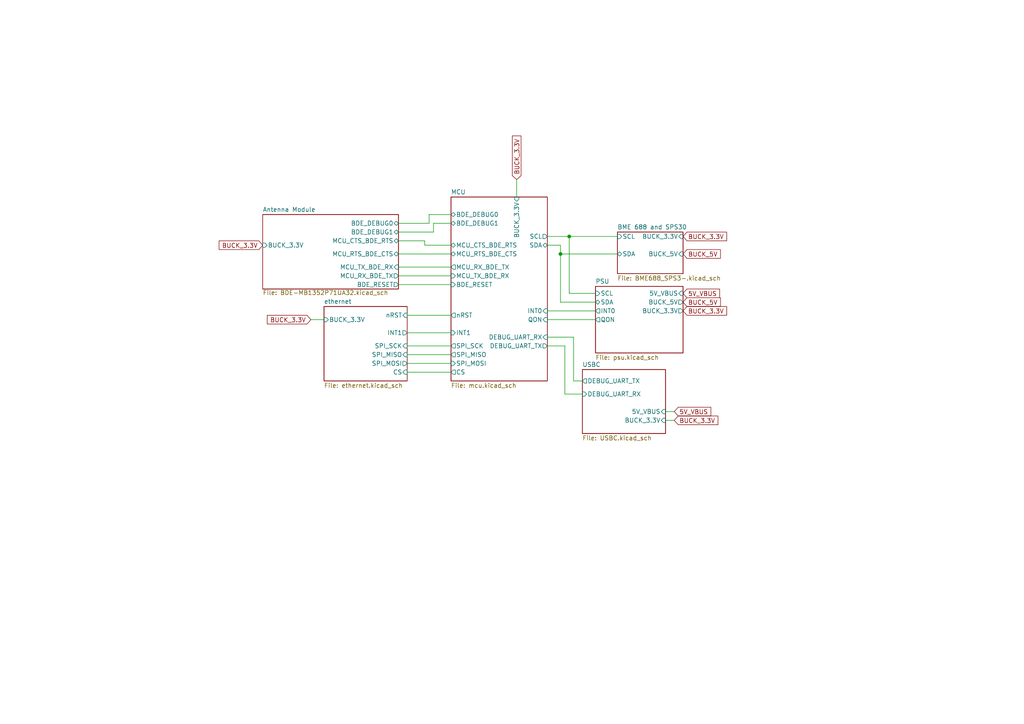
<source format=kicad_sch>
(kicad_sch
	(version 20250114)
	(generator "eeschema")
	(generator_version "9.0")
	(uuid "8f5928e8-0fc1-4443-a20f-3bfeb956761e")
	(paper "A4")
	(lib_symbols)
	(junction
		(at 165.1 68.58)
		(diameter 0)
		(color 0 0 0 0)
		(uuid "3e15d3b4-6df7-408d-b3fb-b8e7300c18ad")
	)
	(junction
		(at 162.56 73.66)
		(diameter 0)
		(color 0 0 0 0)
		(uuid "f4fbd295-3a4f-4d03-9196-6a2acb79f1c9")
	)
	(wire
		(pts
			(xy 115.57 77.47) (xy 130.81 77.47)
		)
		(stroke
			(width 0)
			(type default)
		)
		(uuid "0953b43c-1f73-41d8-aa72-b8d8bcb27402")
	)
	(wire
		(pts
			(xy 165.1 68.58) (xy 165.1 85.09)
		)
		(stroke
			(width 0)
			(type default)
		)
		(uuid "1c7789b7-1e36-46c9-b09e-4275e59cb9c5")
	)
	(wire
		(pts
			(xy 166.37 110.49) (xy 168.91 110.49)
		)
		(stroke
			(width 0)
			(type default)
		)
		(uuid "26e358b7-f351-4fc7-bc30-a59b45371c87")
	)
	(wire
		(pts
			(xy 158.75 90.17) (xy 172.72 90.17)
		)
		(stroke
			(width 0)
			(type default)
		)
		(uuid "28467570-ed14-4381-85ba-4adc555942cb")
	)
	(wire
		(pts
			(xy 158.75 97.79) (xy 166.37 97.79)
		)
		(stroke
			(width 0)
			(type default)
		)
		(uuid "31ab8cde-aaef-4dba-99b2-c0b59fbd2a0e")
	)
	(wire
		(pts
			(xy 158.75 92.71) (xy 172.72 92.71)
		)
		(stroke
			(width 0)
			(type default)
		)
		(uuid "34e1d59b-7c5f-45e5-8013-a45f5fd06471")
	)
	(wire
		(pts
			(xy 162.56 73.66) (xy 179.07 73.66)
		)
		(stroke
			(width 0)
			(type default)
		)
		(uuid "3e8d674e-e834-4357-9128-434f364e3dab")
	)
	(wire
		(pts
			(xy 118.11 91.44) (xy 130.81 91.44)
		)
		(stroke
			(width 0)
			(type default)
		)
		(uuid "4cb1c963-0280-42fa-8c7c-d36659fd729a")
	)
	(wire
		(pts
			(xy 163.83 100.33) (xy 163.83 114.3)
		)
		(stroke
			(width 0)
			(type default)
		)
		(uuid "4da3a644-3f65-400b-bcf6-9f1b824b1da3")
	)
	(wire
		(pts
			(xy 115.57 67.31) (xy 125.73 67.31)
		)
		(stroke
			(width 0)
			(type default)
		)
		(uuid "52fc7291-df80-4bcf-bab7-f336236592ae")
	)
	(wire
		(pts
			(xy 165.1 68.58) (xy 179.07 68.58)
		)
		(stroke
			(width 0)
			(type default)
		)
		(uuid "57aab217-5d92-4fe9-9cd8-d5bfe34f102d")
	)
	(wire
		(pts
			(xy 195.58 121.92) (xy 193.04 121.92)
		)
		(stroke
			(width 0)
			(type default)
		)
		(uuid "5bcf888c-a2ff-48cb-b57a-e90fb37fa36b")
	)
	(wire
		(pts
			(xy 115.57 73.66) (xy 130.81 73.66)
		)
		(stroke
			(width 0)
			(type default)
		)
		(uuid "63b2d3ce-91cd-42a7-9652-a2e40601da19")
	)
	(wire
		(pts
			(xy 118.11 102.87) (xy 130.81 102.87)
		)
		(stroke
			(width 0)
			(type default)
		)
		(uuid "64707c55-055a-4d16-baf9-db96aea5f479")
	)
	(wire
		(pts
			(xy 162.56 73.66) (xy 162.56 87.63)
		)
		(stroke
			(width 0)
			(type default)
		)
		(uuid "6f211469-8a1a-4b6f-b7b6-12cdddc6f456")
	)
	(wire
		(pts
			(xy 166.37 97.79) (xy 166.37 110.49)
		)
		(stroke
			(width 0)
			(type default)
		)
		(uuid "70cca5cc-0438-4eba-b429-01953f11e1de")
	)
	(wire
		(pts
			(xy 123.19 71.12) (xy 130.81 71.12)
		)
		(stroke
			(width 0)
			(type default)
		)
		(uuid "774a4d18-f745-4f41-b45c-c80d85844596")
	)
	(wire
		(pts
			(xy 168.91 114.3) (xy 163.83 114.3)
		)
		(stroke
			(width 0)
			(type default)
		)
		(uuid "7fe1cd34-d51f-4c09-8abb-ac72014aae0e")
	)
	(wire
		(pts
			(xy 118.11 96.52) (xy 130.81 96.52)
		)
		(stroke
			(width 0)
			(type default)
		)
		(uuid "8ce259c5-41d8-4ffc-80f9-25f6c997af64")
	)
	(wire
		(pts
			(xy 90.17 92.71) (xy 93.98 92.71)
		)
		(stroke
			(width 0)
			(type default)
		)
		(uuid "8d84c98a-a99c-44b5-9430-196eff9b8b3a")
	)
	(wire
		(pts
			(xy 115.57 69.85) (xy 123.19 69.85)
		)
		(stroke
			(width 0)
			(type default)
		)
		(uuid "9a2ad260-53ea-4e44-9795-f66533d7d809")
	)
	(wire
		(pts
			(xy 195.58 119.38) (xy 193.04 119.38)
		)
		(stroke
			(width 0)
			(type default)
		)
		(uuid "9deca468-cb3b-4805-94af-e68f199d776f")
	)
	(wire
		(pts
			(xy 158.75 100.33) (xy 163.83 100.33)
		)
		(stroke
			(width 0)
			(type default)
		)
		(uuid "9ee04ed6-2a2f-4a9a-ace1-00164c53146b")
	)
	(wire
		(pts
			(xy 158.75 68.58) (xy 165.1 68.58)
		)
		(stroke
			(width 0)
			(type default)
		)
		(uuid "a3b98197-f755-482b-9b19-ba3bdd6d09c9")
	)
	(wire
		(pts
			(xy 158.75 71.12) (xy 162.56 71.12)
		)
		(stroke
			(width 0)
			(type default)
		)
		(uuid "ae161534-f90a-4c88-8c42-9bacba1e9522")
	)
	(wire
		(pts
			(xy 115.57 82.55) (xy 130.81 82.55)
		)
		(stroke
			(width 0)
			(type default)
		)
		(uuid "b7847d28-624a-43e2-b939-43990d062737")
	)
	(wire
		(pts
			(xy 115.57 80.01) (xy 130.81 80.01)
		)
		(stroke
			(width 0)
			(type default)
		)
		(uuid "b843c1e1-401e-4152-a84d-7d1df9b7cf72")
	)
	(wire
		(pts
			(xy 118.11 105.41) (xy 130.81 105.41)
		)
		(stroke
			(width 0)
			(type default)
		)
		(uuid "c59f3095-83eb-4600-bbe1-45f59e535871")
	)
	(wire
		(pts
			(xy 118.11 100.33) (xy 130.81 100.33)
		)
		(stroke
			(width 0)
			(type default)
		)
		(uuid "c650da10-b2ca-41d2-a0fd-99a2d4c704d6")
	)
	(wire
		(pts
			(xy 162.56 87.63) (xy 172.72 87.63)
		)
		(stroke
			(width 0)
			(type default)
		)
		(uuid "cddfb434-7831-4324-8c70-0193793390fe")
	)
	(wire
		(pts
			(xy 124.46 62.23) (xy 124.46 64.77)
		)
		(stroke
			(width 0)
			(type default)
		)
		(uuid "d557f3d3-e0d1-48ef-a7a8-119092b775fa")
	)
	(wire
		(pts
			(xy 115.57 64.77) (xy 124.46 64.77)
		)
		(stroke
			(width 0)
			(type default)
		)
		(uuid "e0a9841c-4604-4a32-8fbf-ed589fe1f3a5")
	)
	(wire
		(pts
			(xy 162.56 71.12) (xy 162.56 73.66)
		)
		(stroke
			(width 0)
			(type default)
		)
		(uuid "e5b849ea-9267-40b8-8c0d-4e0b9dfe8ad0")
	)
	(wire
		(pts
			(xy 165.1 85.09) (xy 172.72 85.09)
		)
		(stroke
			(width 0)
			(type default)
		)
		(uuid "e8e8ca76-c516-4a29-96dd-03f9d1d5ba48")
	)
	(wire
		(pts
			(xy 125.73 64.77) (xy 130.81 64.77)
		)
		(stroke
			(width 0)
			(type default)
		)
		(uuid "ebf67e34-b2a4-4770-ba12-021a9374142e")
	)
	(wire
		(pts
			(xy 123.19 69.85) (xy 123.19 71.12)
		)
		(stroke
			(width 0)
			(type default)
		)
		(uuid "ec94dd2e-f18e-490b-abe8-b76d6dfd3a18")
	)
	(wire
		(pts
			(xy 118.11 107.95) (xy 130.81 107.95)
		)
		(stroke
			(width 0)
			(type default)
		)
		(uuid "f5c6ac9d-5fc2-4f45-9095-04e91616922c")
	)
	(wire
		(pts
			(xy 130.81 62.23) (xy 124.46 62.23)
		)
		(stroke
			(width 0)
			(type default)
		)
		(uuid "f9ad3d61-4406-4928-b800-272648ac75cf")
	)
	(wire
		(pts
			(xy 125.73 64.77) (xy 125.73 67.31)
		)
		(stroke
			(width 0)
			(type default)
		)
		(uuid "fc33d62d-22f3-44f7-8f26-c0758ac1b9d6")
	)
	(wire
		(pts
			(xy 149.86 52.07) (xy 149.86 57.15)
		)
		(stroke
			(width 0)
			(type default)
		)
		(uuid "feeaa6cc-6798-4999-b34d-406c8e02f400")
	)
	(global_label "BUCK_3.3V"
		(shape input)
		(at 149.86 52.07 90)
		(fields_autoplaced yes)
		(effects
			(font
				(size 1.27 1.27)
			)
			(justify left)
		)
		(uuid "18a7fc8c-b076-4436-a8f5-2fc437a39cdf")
		(property "Intersheetrefs" "${INTERSHEET_REFS}"
			(at 149.86 38.8643 90)
			(effects
				(font
					(size 1.27 1.27)
				)
				(justify left)
				(hide yes)
			)
		)
	)
	(global_label "BUCK_3.3V"
		(shape input)
		(at 195.58 121.92 0)
		(fields_autoplaced yes)
		(effects
			(font
				(size 1.27 1.27)
			)
			(justify left)
		)
		(uuid "3fe590c3-0bdd-4ad9-a0f5-03f22d976597")
		(property "Intersheetrefs" "${INTERSHEET_REFS}"
			(at 208.7857 121.92 0)
			(effects
				(font
					(size 1.27 1.27)
				)
				(justify left)
				(hide yes)
			)
		)
	)
	(global_label "BUCK_3.3V"
		(shape input)
		(at 198.12 90.17 0)
		(fields_autoplaced yes)
		(effects
			(font
				(size 1.27 1.27)
			)
			(justify left)
		)
		(uuid "7a3f2eca-26be-4ce5-b712-c76c00a9233f")
		(property "Intersheetrefs" "${INTERSHEET_REFS}"
			(at 211.3257 90.17 0)
			(effects
				(font
					(size 1.27 1.27)
				)
				(justify left)
				(hide yes)
			)
		)
	)
	(global_label "BUCK_5V"
		(shape input)
		(at 198.12 73.66 0)
		(fields_autoplaced yes)
		(effects
			(font
				(size 1.27 1.27)
			)
			(justify left)
		)
		(uuid "7f012f9e-c008-456c-9149-c84ae81891ab")
		(property "Intersheetrefs" "${INTERSHEET_REFS}"
			(at 209.5114 73.66 0)
			(effects
				(font
					(size 1.27 1.27)
				)
				(justify left)
				(hide yes)
			)
		)
	)
	(global_label "BUCK_5V"
		(shape input)
		(at 198.12 87.63 0)
		(fields_autoplaced yes)
		(effects
			(font
				(size 1.27 1.27)
			)
			(justify left)
		)
		(uuid "880b0ac8-9ed6-46b9-a6a9-25b481dfaa18")
		(property "Intersheetrefs" "${INTERSHEET_REFS}"
			(at 209.5114 87.63 0)
			(effects
				(font
					(size 1.27 1.27)
				)
				(justify left)
				(hide yes)
			)
		)
	)
	(global_label "5V_VBUS"
		(shape input)
		(at 195.58 119.38 0)
		(fields_autoplaced yes)
		(effects
			(font
				(size 1.27 1.27)
			)
			(justify left)
		)
		(uuid "907440fb-d82b-4f89-9d07-1ce3e14d8546")
		(property "Intersheetrefs" "${INTERSHEET_REFS}"
			(at 206.7295 119.38 0)
			(effects
				(font
					(size 1.27 1.27)
				)
				(justify left)
				(hide yes)
			)
		)
	)
	(global_label "BUCK_3.3V"
		(shape input)
		(at 76.2 71.12 180)
		(fields_autoplaced yes)
		(effects
			(font
				(size 1.27 1.27)
			)
			(justify right)
		)
		(uuid "99ca1387-8673-4a81-b173-8442fb31d24d")
		(property "Intersheetrefs" "${INTERSHEET_REFS}"
			(at 62.9943 71.12 0)
			(effects
				(font
					(size 1.27 1.27)
				)
				(justify right)
				(hide yes)
			)
		)
	)
	(global_label "BUCK_3.3V"
		(shape input)
		(at 198.12 68.58 0)
		(fields_autoplaced yes)
		(effects
			(font
				(size 1.27 1.27)
			)
			(justify left)
		)
		(uuid "dabca555-a9a5-4ef0-8773-d07ed488d1ba")
		(property "Intersheetrefs" "${INTERSHEET_REFS}"
			(at 211.3257 68.58 0)
			(effects
				(font
					(size 1.27 1.27)
				)
				(justify left)
				(hide yes)
			)
		)
	)
	(global_label "BUCK_3.3V"
		(shape input)
		(at 90.17 92.71 180)
		(fields_autoplaced yes)
		(effects
			(font
				(size 1.27 1.27)
			)
			(justify right)
		)
		(uuid "f78b44dd-7c4a-4ee1-aaa2-10c4ddb1b59f")
		(property "Intersheetrefs" "${INTERSHEET_REFS}"
			(at 76.9643 92.71 0)
			(effects
				(font
					(size 1.27 1.27)
				)
				(justify right)
				(hide yes)
			)
		)
	)
	(global_label "5V_VBUS"
		(shape input)
		(at 198.12 85.09 0)
		(fields_autoplaced yes)
		(effects
			(font
				(size 1.27 1.27)
			)
			(justify left)
		)
		(uuid "fdfa3be7-2d0d-4d7e-970f-871c1ac61de9")
		(property "Intersheetrefs" "${INTERSHEET_REFS}"
			(at 209.2695 85.09 0)
			(effects
				(font
					(size 1.27 1.27)
				)
				(justify left)
				(hide yes)
			)
		)
	)
	(sheet
		(at 172.72 83.058)
		(size 25.4 19.304)
		(exclude_from_sim no)
		(in_bom yes)
		(on_board yes)
		(dnp no)
		(fields_autoplaced yes)
		(stroke
			(width 0.1524)
			(type solid)
		)
		(fill
			(color 0 0 0 0.0000)
		)
		(uuid "09dae378-4d12-4dca-bc21-c216f94ec21f")
		(property "Sheetname" "PSU"
			(at 172.72 82.3464 0)
			(effects
				(font
					(size 1.27 1.27)
				)
				(justify left bottom)
			)
		)
		(property "Sheetfile" "psu.kicad_sch"
			(at 172.72 102.9466 0)
			(effects
				(font
					(size 1.27 1.27)
				)
				(justify left top)
			)
		)
		(pin "INT0" output
			(at 172.72 90.17 180)
			(uuid "7f38db52-31aa-4c5b-9d00-de3d9b8b0ad4")
			(effects
				(font
					(size 1.27 1.27)
				)
				(justify left)
			)
		)
		(pin "QON" output
			(at 172.72 92.71 180)
			(uuid "37b62177-d798-491a-b20e-67774b29f08d")
			(effects
				(font
					(size 1.27 1.27)
				)
				(justify left)
			)
		)
		(pin "SCL" input
			(at 172.72 85.09 180)
			(uuid "4e7e81f1-35b8-4ce1-8dd4-e46abcd56696")
			(effects
				(font
					(size 1.27 1.27)
				)
				(justify left)
			)
		)
		(pin "SDA" bidirectional
			(at 172.72 87.63 180)
			(uuid "e7fb4b37-a381-4646-818a-b02a94b6542d")
			(effects
				(font
					(size 1.27 1.27)
				)
				(justify left)
			)
		)
		(pin "5V_VBUS" input
			(at 198.12 85.09 0)
			(uuid "19c4cefc-56eb-42cd-9725-e1ade75f4b44")
			(effects
				(font
					(size 1.27 1.27)
				)
				(justify right)
			)
		)
		(pin "BUCK_3.3V" output
			(at 198.12 90.17 0)
			(uuid "930170af-6dcd-4b66-b087-2b44a774d569")
			(effects
				(font
					(size 1.27 1.27)
				)
				(justify right)
			)
		)
		(pin "BUCK_5V" output
			(at 198.12 87.63 0)
			(uuid "6d34baab-e62c-4169-adcc-08d55e812149")
			(effects
				(font
					(size 1.27 1.27)
				)
				(justify right)
			)
		)
		(instances
			(project "Senior_Design"
				(path "/8f5928e8-0fc1-4443-a20f-3bfeb956761e"
					(page "2")
				)
			)
		)
	)
	(sheet
		(at 179.07 67.31)
		(size 19.05 12.065)
		(exclude_from_sim no)
		(in_bom yes)
		(on_board yes)
		(dnp no)
		(fields_autoplaced yes)
		(stroke
			(width 0.1524)
			(type solid)
		)
		(fill
			(color 0 0 0 0.0000)
		)
		(uuid "140ad835-eaa4-4a8c-a4e7-0525bbf22a2e")
		(property "Sheetname" "BME 688 and SPS30"
			(at 179.07 66.5984 0)
			(effects
				(font
					(size 1.27 1.27)
				)
				(justify left bottom)
			)
		)
		(property "Sheetfile" "BME688_SPS3-.kicad_sch"
			(at 179.07 79.9596 0)
			(effects
				(font
					(size 1.27 1.27)
				)
				(justify left top)
			)
		)
		(pin "BUCK_3.3V" input
			(at 198.12 68.58 0)
			(uuid "6cc6e2f5-89d7-4081-935f-2cb961e1873d")
			(effects
				(font
					(size 1.27 1.27)
				)
				(justify right)
			)
		)
		(pin "BUCK_5V" input
			(at 198.12 73.66 0)
			(uuid "8db0999d-ed36-4875-8c52-c5e0a14b1e45")
			(effects
				(font
					(size 1.27 1.27)
				)
				(justify right)
			)
		)
		(pin "SCL" input
			(at 179.07 68.58 180)
			(uuid "8b32571b-9718-476b-83f9-61698ea27fcd")
			(effects
				(font
					(size 1.27 1.27)
				)
				(justify left)
			)
		)
		(pin "SDA" bidirectional
			(at 179.07 73.66 180)
			(uuid "c0e7419a-a9cd-483e-a1a1-42c4ae6006d8")
			(effects
				(font
					(size 1.27 1.27)
				)
				(justify left)
			)
		)
		(instances
			(project "Senior_Design"
				(path "/8f5928e8-0fc1-4443-a20f-3bfeb956761e"
					(page "4")
				)
			)
		)
	)
	(sheet
		(at 168.91 107.188)
		(size 24.13 18.542)
		(exclude_from_sim no)
		(in_bom yes)
		(on_board yes)
		(dnp no)
		(fields_autoplaced yes)
		(stroke
			(width 0.1524)
			(type solid)
		)
		(fill
			(color 0 0 0 0.0000)
		)
		(uuid "53a20cc4-87c9-41e2-9c0c-c30bc75df497")
		(property "Sheetname" "USBC"
			(at 168.91 106.4764 0)
			(effects
				(font
					(size 1.27 1.27)
				)
				(justify left bottom)
			)
		)
		(property "Sheetfile" "USBC.kicad_sch"
			(at 168.91 126.3146 0)
			(effects
				(font
					(size 1.27 1.27)
				)
				(justify left top)
			)
		)
		(pin "DEBUG_UART_RX" input
			(at 168.91 114.3 180)
			(uuid "0fdccbf6-982d-4af9-a7e3-434b7bab6141")
			(effects
				(font
					(size 1.27 1.27)
				)
				(justify left)
			)
		)
		(pin "DEBUG_UART_TX" output
			(at 168.91 110.49 180)
			(uuid "4aca5e17-7aec-4c2d-b8bc-7115f61f42bc")
			(effects
				(font
					(size 1.27 1.27)
				)
				(justify left)
			)
		)
		(pin "5V_VBUS" input
			(at 193.04 119.38 0)
			(uuid "6f260617-f1b9-4de6-9eef-ce3cd35dbbef")
			(effects
				(font
					(size 1.27 1.27)
				)
				(justify right)
			)
		)
		(pin "BUCK_3.3V" input
			(at 193.04 121.92 0)
			(uuid "1920f01c-7d7a-4d97-a4f1-1b3cce7ad629")
			(effects
				(font
					(size 1.27 1.27)
				)
				(justify right)
			)
		)
		(instances
			(project "Senior_Design"
				(path "/8f5928e8-0fc1-4443-a20f-3bfeb956761e"
					(page "7")
				)
			)
		)
	)
	(sheet
		(at 93.98 88.9)
		(size 24.13 21.59)
		(exclude_from_sim no)
		(in_bom yes)
		(on_board yes)
		(dnp no)
		(fields_autoplaced yes)
		(stroke
			(width 0.1524)
			(type solid)
		)
		(fill
			(color 0 0 0 0.0000)
		)
		(uuid "d4b85e6c-5f5c-4400-806e-353edbeb9b74")
		(property "Sheetname" "ethernet"
			(at 93.98 88.1884 0)
			(effects
				(font
					(size 1.27 1.27)
				)
				(justify left bottom)
			)
		)
		(property "Sheetfile" "ethernet.kicad_sch"
			(at 93.98 111.0746 0)
			(effects
				(font
					(size 1.27 1.27)
				)
				(justify left top)
			)
		)
		(pin "BUCK_3.3V" input
			(at 93.98 92.71 180)
			(uuid "629abec9-b5d2-441d-8303-bd8ca62ecb79")
			(effects
				(font
					(size 1.27 1.27)
				)
				(justify left)
			)
		)
		(pin "CS" input
			(at 118.11 107.95 0)
			(uuid "2b53cfdd-9069-4ec2-b672-e9ef69afb24f")
			(effects
				(font
					(size 1.27 1.27)
				)
				(justify right)
			)
		)
		(pin "SPI_MISO" input
			(at 118.11 102.87 0)
			(uuid "30f3156d-8be3-44e0-a651-e22d0fd60f07")
			(effects
				(font
					(size 1.27 1.27)
				)
				(justify right)
			)
		)
		(pin "SPI_MOSI" output
			(at 118.11 105.41 0)
			(uuid "7626ac31-1213-4639-b9c6-7c56fba8a773")
			(effects
				(font
					(size 1.27 1.27)
				)
				(justify right)
			)
		)
		(pin "SPI_SCK" input
			(at 118.11 100.33 0)
			(uuid "2ee57439-879b-4816-a383-33f7d596199b")
			(effects
				(font
					(size 1.27 1.27)
				)
				(justify right)
			)
		)
		(pin "INT1" output
			(at 118.11 96.52 0)
			(uuid "ed23f10c-ee4e-482e-875f-10b106d61e5c")
			(effects
				(font
					(size 1.27 1.27)
				)
				(justify right)
			)
		)
		(pin "nRST" input
			(at 118.11 91.44 0)
			(uuid "b21e3ad6-68f2-4788-9a80-f4355f8d8742")
			(effects
				(font
					(size 1.27 1.27)
				)
				(justify right)
			)
		)
		(instances
			(project "Senior_Design"
				(path "/8f5928e8-0fc1-4443-a20f-3bfeb956761e"
					(page "3")
				)
			)
		)
	)
	(sheet
		(at 76.2 62.23)
		(size 39.37 21.59)
		(exclude_from_sim no)
		(in_bom yes)
		(on_board yes)
		(dnp no)
		(fields_autoplaced yes)
		(stroke
			(width 0.1524)
			(type solid)
		)
		(fill
			(color 0 0 0 0.0000)
		)
		(uuid "dd2813e4-a810-44d7-8b7e-d46ce1c3fa30")
		(property "Sheetname" "Antenna Module"
			(at 76.2 61.5184 0)
			(effects
				(font
					(size 1.27 1.27)
				)
				(justify left bottom)
			)
		)
		(property "Sheetfile" "BDE-MB1352P71UA32.kicad_sch"
			(at 76.2 84.1506 0)
			(effects
				(font
					(size 1.27 1.27)
				)
				(justify left top)
			)
		)
		(pin "MCU_CTS_BDE_RTS" bidirectional
			(at 115.57 69.85 0)
			(uuid "555e0753-44c7-485f-94d4-80ef8cdddcb3")
			(effects
				(font
					(size 1.27 1.27)
				)
				(justify right)
			)
		)
		(pin "MCU_RTS_BDE_CTS" bidirectional
			(at 115.57 73.66 0)
			(uuid "cb60d183-c886-4c24-887d-e8979c51f263")
			(effects
				(font
					(size 1.27 1.27)
				)
				(justify right)
			)
		)
		(pin "BDE_DEBUG0" bidirectional
			(at 115.57 64.77 0)
			(uuid "8c8646a0-4bec-4f1d-a73f-b899d838400b")
			(effects
				(font
					(size 1.27 1.27)
				)
				(justify right)
			)
		)
		(pin "BUCK_3.3V" input
			(at 76.2 71.12 180)
			(uuid "15e611ec-65ee-4fed-a8ed-1af14ff7eff5")
			(effects
				(font
					(size 1.27 1.27)
				)
				(justify left)
			)
		)
		(pin "MCU_RX_BDE_TX" output
			(at 115.57 80.01 0)
			(uuid "51f57b28-9be3-4b1d-9d01-b0fcbe8667ed")
			(effects
				(font
					(size 1.27 1.27)
				)
				(justify right)
			)
		)
		(pin "MCU_TX_BDE_RX" input
			(at 115.57 77.47 0)
			(uuid "7311b282-855c-4e97-ab55-9ff1de56bb18")
			(effects
				(font
					(size 1.27 1.27)
				)
				(justify right)
			)
		)
		(pin "BDE_DEBUG1" bidirectional
			(at 115.57 67.31 0)
			(uuid "22f7bd1e-ff31-4a6e-809d-c4451c99759e")
			(effects
				(font
					(size 1.27 1.27)
				)
				(justify right)
			)
		)
		(pin "BDE_RESET" output
			(at 115.57 82.55 0)
			(uuid "d926deaa-ff83-42f1-8f1a-3c7c809341db")
			(effects
				(font
					(size 1.27 1.27)
				)
				(justify right)
			)
		)
		(instances
			(project "Senior_Design"
				(path "/8f5928e8-0fc1-4443-a20f-3bfeb956761e"
					(page "5")
				)
			)
		)
	)
	(sheet
		(at 130.81 57.15)
		(size 27.94 53.34)
		(exclude_from_sim no)
		(in_bom yes)
		(on_board yes)
		(dnp no)
		(fields_autoplaced yes)
		(stroke
			(width 0.1524)
			(type solid)
		)
		(fill
			(color 0 0 0 0.0000)
		)
		(uuid "eaf224bf-a12f-4d12-aa0a-28551b47d007")
		(property "Sheetname" "MCU"
			(at 130.81 56.4384 0)
			(effects
				(font
					(size 1.27 1.27)
				)
				(justify left bottom)
			)
		)
		(property "Sheetfile" "mcu.kicad_sch"
			(at 130.81 111.0746 0)
			(effects
				(font
					(size 1.27 1.27)
				)
				(justify left top)
			)
		)
		(pin "BDE_RESET" input
			(at 130.81 82.55 180)
			(uuid "33506e91-fd58-4684-b6be-4e0fa56f4ea8")
			(effects
				(font
					(size 1.27 1.27)
				)
				(justify left)
			)
		)
		(pin "CS" output
			(at 130.81 107.95 180)
			(uuid "795060cf-eee2-4f0b-b950-4f64cb913ae0")
			(effects
				(font
					(size 1.27 1.27)
				)
				(justify left)
			)
		)
		(pin "MCU_RX_BDE_TX" output
			(at 130.81 77.47 180)
			(uuid "f3e76e4a-b48a-4545-929e-c8ecf83cb16f")
			(effects
				(font
					(size 1.27 1.27)
				)
				(justify left)
			)
		)
		(pin "MCU_TX_BDE_RX" input
			(at 130.81 80.01 180)
			(uuid "0179e73c-e6bd-44d6-8537-2474d71070d4")
			(effects
				(font
					(size 1.27 1.27)
				)
				(justify left)
			)
		)
		(pin "SCL" output
			(at 158.75 68.58 0)
			(uuid "6adbd671-31b6-42d7-a61d-e0828fd7f86f")
			(effects
				(font
					(size 1.27 1.27)
				)
				(justify right)
			)
		)
		(pin "SDA" bidirectional
			(at 158.75 71.12 0)
			(uuid "4ffc8f83-ce18-4c37-be38-6bdd04d15c48")
			(effects
				(font
					(size 1.27 1.27)
				)
				(justify right)
			)
		)
		(pin "SPI_MISO" output
			(at 130.81 102.87 180)
			(uuid "bdf69d3a-9cd5-4663-bb64-a863a4329c4d")
			(effects
				(font
					(size 1.27 1.27)
				)
				(justify left)
			)
		)
		(pin "SPI_MOSI" input
			(at 130.81 105.41 180)
			(uuid "62be12fc-4602-4eb6-af40-3a707cab26c2")
			(effects
				(font
					(size 1.27 1.27)
				)
				(justify left)
			)
		)
		(pin "SPI_SCK" output
			(at 130.81 100.33 180)
			(uuid "ae8f9a15-061f-4612-b22a-17759303b8ef")
			(effects
				(font
					(size 1.27 1.27)
				)
				(justify left)
			)
		)
		(pin "INT0" input
			(at 158.75 90.17 0)
			(uuid "c0dab130-0146-41ad-9ac9-93bde5c2472b")
			(effects
				(font
					(size 1.27 1.27)
				)
				(justify right)
			)
		)
		(pin "INT1" input
			(at 130.81 96.52 180)
			(uuid "332b6ca1-3362-4cbd-a783-1813d6db69a0")
			(effects
				(font
					(size 1.27 1.27)
				)
				(justify left)
			)
		)
		(pin "QON" input
			(at 158.75 92.71 0)
			(uuid "3ad66328-525b-489c-8431-cd2175b523fc")
			(effects
				(font
					(size 1.27 1.27)
				)
				(justify right)
			)
		)
		(pin "BDE_DEBUG0" bidirectional
			(at 130.81 62.23 180)
			(uuid "b1d99bcd-d2fc-45af-b2b8-9cd84b561a90")
			(effects
				(font
					(size 1.27 1.27)
				)
				(justify left)
			)
		)
		(pin "BDE_DEBUG1" bidirectional
			(at 130.81 64.77 180)
			(uuid "d7cf3289-f85a-4c52-8efd-020cc7524ad7")
			(effects
				(font
					(size 1.27 1.27)
				)
				(justify left)
			)
		)
		(pin "MCU_CTS_BDE_RTS" bidirectional
			(at 130.81 71.12 180)
			(uuid "0e08786d-48fb-4f36-9026-6a12e37ab605")
			(effects
				(font
					(size 1.27 1.27)
				)
				(justify left)
			)
		)
		(pin "MCU_RTS_BDE_CTS" bidirectional
			(at 130.81 73.66 180)
			(uuid "64c3387a-c540-4c52-b292-d3072f793763")
			(effects
				(font
					(size 1.27 1.27)
				)
				(justify left)
			)
		)
		(pin "DEBUG_UART_RX" input
			(at 158.75 97.79 0)
			(uuid "406fd5d3-4c66-48aa-8ac6-2e2b19ce50c9")
			(effects
				(font
					(size 1.27 1.27)
				)
				(justify right)
			)
		)
		(pin "DEBUG_UART_TX" output
			(at 158.75 100.33 0)
			(uuid "0801eb3b-f381-4da8-9195-8873b88461c5")
			(effects
				(font
					(size 1.27 1.27)
				)
				(justify right)
			)
		)
		(pin "BUCK_3.3V" input
			(at 149.86 57.15 90)
			(uuid "4221d131-af7d-45cd-b08f-944a23971b96")
			(effects
				(font
					(size 1.27 1.27)
				)
				(justify right)
			)
		)
		(pin "nRST" output
			(at 130.81 91.44 180)
			(uuid "756a1fc2-a0eb-438f-8a51-f6d394a9e9b3")
			(effects
				(font
					(size 1.27 1.27)
				)
				(justify left)
			)
		)
		(instances
			(project "Senior_Design"
				(path "/8f5928e8-0fc1-4443-a20f-3bfeb956761e"
					(page "7")
				)
			)
		)
	)
	(sheet_instances
		(path "/"
			(page "1")
		)
	)
	(embedded_fonts no)
)

</source>
